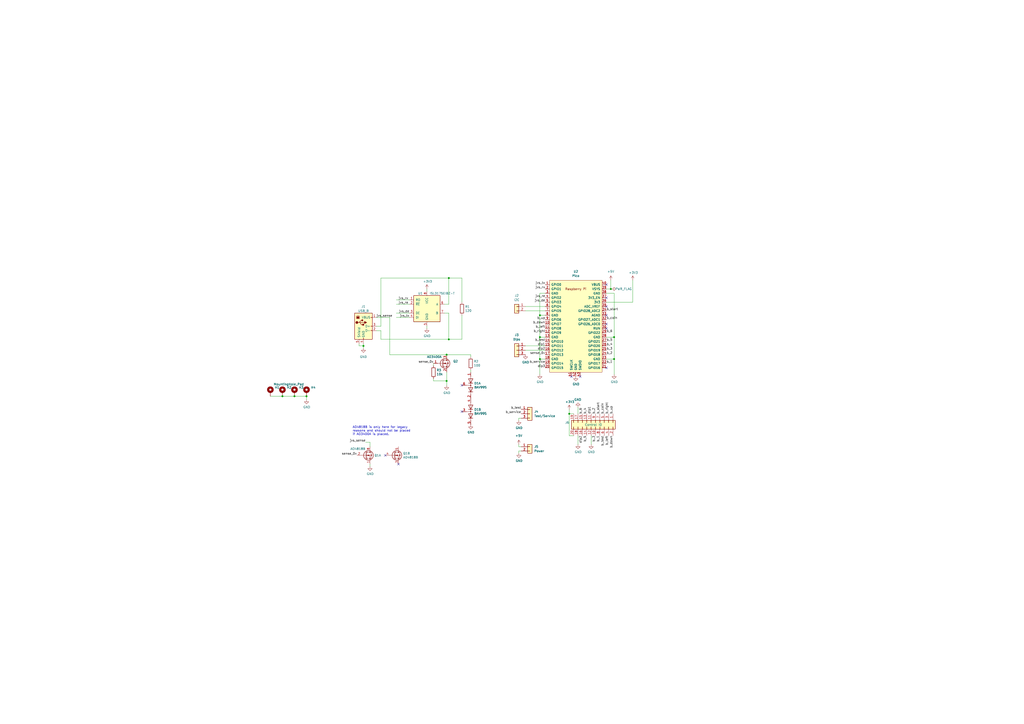
<source format=kicad_sch>
(kicad_sch (version 20211123) (generator eeschema)
  (paper "A2")
  (title_block (title "TD-IO"))
  (lib_symbols
    (symbol "+3.3V_1" (power) (pin_numbers hide) (pin_names (offset 0) hide)
      (property "Value" "+3.3V_1" (at 0 3.556 0))
      (symbol "+3.3V_1_0_1"
        (polyline (pts (xy -0.762 1.27) (xy 0 2.54)))
        (polyline (pts (xy 0 0) (xy 0 2.54)))
        (polyline (pts (xy 0 2.54) (xy 0.762 1.27)))
      )
      (symbol "+3.3V_1_1_1"
        (pin power_in line (at 0 0 90) (length 0) hide (name "+3V3") (number "1"))
      )
    )
    (symbol "+3.3V_2" (power) (pin_numbers hide) (pin_names (offset 0) hide)
      (property "Value" "+3.3V_2" (at 0 3.556 0))
      (symbol "+3.3V_2_0_1"
        (polyline (pts (xy -0.762 1.27) (xy 0 2.54)))
        (polyline (pts (xy 0 0) (xy 0 2.54)))
        (polyline (pts (xy 0 2.54) (xy 0.762 1.27)))
      )
      (symbol "+3.3V_2_1_1"
        (pin power_in line (at 0 0 90) (length 0) hide (name "+3V3") (number "1"))
      )
    )
    (symbol "+5V_1" (power) (pin_numbers hide) (pin_names (offset 0) hide)
      (property "Value" "+5V_1" (at 0 3.556 0))
      (symbol "+5V_1_0_1"
        (polyline (pts (xy -0.762 1.27) (xy 0 2.54)))
        (polyline (pts (xy 0 0) (xy 0 2.54)))
        (polyline (pts (xy 0 2.54) (xy 0.762 1.27)))
      )
      (symbol "+5V_1_1_1"
        (pin power_in line (at 0 0 90) (length 0) hide (name "+5V") (number "1"))
      )
    )
    (symbol "Connector:USB_B" (pin_names (offset 1.016))
      (property "Reference" "J" (at -5.08 11.43 0))
      (property "Value" "USB_B" (at -5.08 8.89 0))
      (symbol "USB_B_0_1"
        (rectangle (start -5.08 -7.62) (end 5.08 7.62) (stroke (width 0.254)) (fill (type background)))
        (circle (center -3.81 2.159) (radius 0.635) (stroke (width 0.254)) (fill (type outline)))
        (rectangle (start -3.81 5.588) (end -2.54 4.572) (fill (type outline)))
        (circle (center -0.635 3.429) (radius 0.381) (stroke (width 0.254)) (fill (type outline)))
        (rectangle (start -0.127 -7.62) (end 0.127 -6.858))
        (polyline (pts (xy -1.905 2.159) (xy 0.635 2.159)) (stroke (width 0.254)))
        (polyline (pts (xy -3.175 2.159) (xy -2.54 2.159) (xy -1.27 3.429) (xy -0.635 3.429)) (stroke (width 0.254)))
        (polyline (pts (xy -2.54 2.159) (xy -1.905 2.159) (xy -1.27 0.889) (xy 0 0.889)) (stroke (width 0.254)))
        (polyline (pts (xy 0.635 2.794) (xy 0.635 1.524) (xy 1.905 2.159) (xy 0.635 2.794)) (stroke (width 0.254)) (fill (type outline)))
        (polyline (pts (xy -4.064 4.318) (xy -2.286 4.318) (xy -2.286 5.715) (xy -2.667 6.096) (xy -3.683 6.096) (xy -4.064 5.715) (xy -4.064 4.318)))
        (rectangle (start 0.254 1.27) (end -0.508 0.508) (stroke (width 0.254)) (fill (type outline)))
        (rectangle (start 5.08 -2.667) (end 4.318 -2.413))
        (rectangle (start 5.08 -0.127) (end 4.318 0.127))
        (rectangle (start 5.08 4.953) (end 4.318 5.207))
      )
      (symbol "USB_B_1_1"
        (pin power_out line (at 7.62 5.08 180) (length 2.54) (name "VBUS") (number "1"))
        (pin bidirectional line (at 7.62 -2.54 180) (length 2.54) (name "D-") (number "2"))
        (pin bidirectional line (at 7.62 0 180) (length 2.54) (name "D+") (number "3"))
        (pin power_out line (at 0 -10.16 90) (length 2.54) (name "GND") (number "4"))
        (pin passive line (at -2.54 -10.16 90) (length 2.54) (name "Shield") (number "5"))
      )
    )
    (symbol "Connector_Generic:Conn_01x02" (pin_names (offset 1.016) hide)
      (property "Reference" "J" (at 0 2.54 0))
      (property "Value" "Conn_01x02" (at 0 -5.08 0))
      (symbol "Conn_01x02_1_1"
        (rectangle (start -1.27 -2.413) (end 0 -2.667) (stroke (width 0.1524)))
        (rectangle (start -1.27 0.127) (end 0 -0.127) (stroke (width 0.1524)))
        (rectangle (start -1.27 1.27) (end 1.27 -3.81) (stroke (width 0.254)) (fill (type background)))
        (pin passive line (at -5.08 0 0) (length 3.81) (name "Pin_1") (number "1"))
        (pin passive line (at -5.08 -2.54 0) (length 3.81) (name "Pin_2") (number "2"))
      )
    )
    (symbol "Connector_Generic:Conn_01x03" (pin_names (offset 1.016) hide)
      (property "Reference" "J" (at 0 5.08 0))
      (property "Value" "Conn_01x03" (at 0 -5.08 0))
      (symbol "Conn_01x03_1_1"
        (rectangle (start -1.27 -2.413) (end 0 -2.667) (stroke (width 0.1524)))
        (rectangle (start -1.27 0.127) (end 0 -0.127) (stroke (width 0.1524)))
        (rectangle (start -1.27 2.667) (end 0 2.413) (stroke (width 0.1524)))
        (rectangle (start -1.27 3.81) (end 1.27 -3.81) (stroke (width 0.254)) (fill (type background)))
        (pin passive line (at -5.08 2.54 0) (length 3.81) (name "Pin_1") (number "1"))
        (pin passive line (at -5.08 0 0) (length 3.81) (name "Pin_2") (number "2"))
        (pin passive line (at -5.08 -2.54 0) (length 3.81) (name "Pin_3") (number "3"))
      )
    )
    (symbol "Connector_Generic:Conn_02x10_Odd_Even" (pin_names (offset 1.016) hide)
      (property "Reference" "J" (at 1.27 12.7 0))
      (property "Value" "Conn_02x10_Odd_Even" (at 1.27 -15.24 0))
      (symbol "Conn_02x10_Odd_Even_1_1"
        (rectangle (start -1.27 -12.573) (end 0 -12.827) (stroke (width 0.1524)))
        (rectangle (start -1.27 -10.033) (end 0 -10.287) (stroke (width 0.1524)))
        (rectangle (start -1.27 -7.493) (end 0 -7.747) (stroke (width 0.1524)))
        (rectangle (start -1.27 -4.953) (end 0 -5.207) (stroke (width 0.1524)))
        (rectangle (start -1.27 -2.413) (end 0 -2.667) (stroke (width 0.1524)))
        (rectangle (start -1.27 0.127) (end 0 -0.127) (stroke (width 0.1524)))
        (rectangle (start -1.27 2.667) (end 0 2.413) (stroke (width 0.1524)))
        (rectangle (start -1.27 5.207) (end 0 4.953) (stroke (width 0.1524)))
        (rectangle (start -1.27 7.747) (end 0 7.493) (stroke (width 0.1524)))
        (rectangle (start -1.27 10.287) (end 0 10.033) (stroke (width 0.1524)))
        (rectangle (start -1.27 11.43) (end 3.81 -13.97) (stroke (width 0.254)) (fill (type background)))
        (rectangle (start 3.81 -12.573) (end 2.54 -12.827) (stroke (width 0.1524)))
        (rectangle (start 3.81 -10.033) (end 2.54 -10.287) (stroke (width 0.1524)))
        (rectangle (start 3.81 -7.493) (end 2.54 -7.747) (stroke (width 0.1524)))
        (rectangle (start 3.81 -4.953) (end 2.54 -5.207) (stroke (width 0.1524)))
        (rectangle (start 3.81 -2.413) (end 2.54 -2.667) (stroke (width 0.1524)))
        (rectangle (start 3.81 0.127) (end 2.54 -0.127) (stroke (width 0.1524)))
        (rectangle (start 3.81 2.667) (end 2.54 2.413) (stroke (width 0.1524)))
        (rectangle (start 3.81 5.207) (end 2.54 4.953) (stroke (width 0.1524)))
        (rectangle (start 3.81 7.747) (end 2.54 7.493) (stroke (width 0.1524)))
        (rectangle (start 3.81 10.287) (end 2.54 10.033) (stroke (width 0.1524)))
        (pin passive line (at -5.08 10.16 0) (length 3.81) (name "Pin_1") (number "1"))
        (pin passive line (at 7.62 0 180) (length 3.81) (name "Pin_10") (number "10"))
        (pin passive line (at -5.08 -2.54 0) (length 3.81) (name "Pin_11") (number "11"))
        (pin passive line (at 7.62 -2.54 180) (length 3.81) (name "Pin_12") (number "12"))
        (pin passive line (at -5.08 -5.08 0) (length 3.81) (name "Pin_13") (number "13"))
        (pin passive line (at 7.62 -5.08 180) (length 3.81) (name "Pin_14") (number "14"))
        (pin passive line (at -5.08 -7.62 0) (length 3.81) (name "Pin_15") (number "15"))
        (pin passive line (at 7.62 -7.62 180) (length 3.81) (name "Pin_16") (number "16"))
        (pin passive line (at -5.08 -10.16 0) (length 3.81) (name "Pin_17") (number "17"))
        (pin passive line (at 7.62 -10.16 180) (length 3.81) (name "Pin_18") (number "18"))
        (pin passive line (at -5.08 -12.7 0) (length 3.81) (name "Pin_19") (number "19"))
        (pin passive line (at 7.62 10.16 180) (length 3.81) (name "Pin_2") (number "2"))
        (pin passive line (at 7.62 -12.7 180) (length 3.81) (name "Pin_20") (number "20"))
        (pin passive line (at -5.08 7.62 0) (length 3.81) (name "Pin_3") (number "3"))
        (pin passive line (at 7.62 7.62 180) (length 3.81) (name "Pin_4") (number "4"))
        (pin passive line (at -5.08 5.08 0) (length 3.81) (name "Pin_5") (number "5"))
        (pin passive line (at 7.62 5.08 180) (length 3.81) (name "Pin_6") (number "6"))
        (pin passive line (at -5.08 2.54 0) (length 3.81) (name "Pin_7") (number "7"))
        (pin passive line (at 7.62 2.54 180) (length 3.81) (name "Pin_8") (number "8"))
        (pin passive line (at -5.08 0 0) (length 3.81) (name "Pin_9") (number "9"))
      )
    )
    (symbol "Device:R" (pin_numbers hide) (pin_names (offset 0))
      (property "Reference" "R" (at 2.032 0 90))
      (property "Value" "R" (at 0 0 90))
      (symbol "R_0_1"
        (rectangle (start -1.016 -2.54) (end 1.016 2.54) (stroke (width 0.254)))
      )
      (symbol "R_1_1"
        (pin passive line (at 0 3.81 270) (length 1.27) (name "~") (number "1"))
        (pin passive line (at 0 -3.81 90) (length 1.27) (name "~") (number "2"))
      )
    )
    (symbol "Diode:BAV99S" (pin_names (offset 0.0254) hide)
      (property "Reference" "D" (at 0 2.54 0))
      (property "Value" "BAV99S" (at 0 5.08 0))
      (symbol "BAV99S_0_1"
        (polyline (pts (xy -5.08 0) (xy 5.08 0)))
        (polyline (pts (xy 0 0) (xy 0 -2.54)))
        (polyline (pts (xy -1.27 -1.27) (xy -1.27 1.27) (xy -1.27 1.27)) (stroke (width 0.254)))
        (polyline (pts (xy 3.81 1.27) (xy 3.81 -1.27) (xy 3.81 -1.27)) (stroke (width 0.254)))
        (polyline (pts (xy -3.81 1.27) (xy -1.27 0) (xy -3.81 -1.27) (xy -3.81 1.27) (xy -3.81 1.27) (xy -3.81 1.27)) (stroke (width 0.254)))
        (polyline (pts (xy 1.27 1.27) (xy 3.81 0) (xy 1.27 -1.27) (xy 1.27 1.27) (xy 1.27 1.27) (xy 1.27 1.27)) (stroke (width 0.254)))
        (circle (center 0 0) (radius 0.254) (fill (type outline)))
      )
      (symbol "BAV99S_1_1"
        (polyline (pts (xy 6.35 0) (xy 7.62 0)))
        (pin passive line (at -7.62 0 0) (length 2.54) (name "A1") (number "1"))
        (pin passive line (at 7.62 0 180) (length 2.54) (name "K2") (number "2"))
        (pin passive line (at 0 -5.08 90) (length 2.54) (name "K3A4") (number "6"))
      )
      (symbol "BAV99S_2_1"
        (polyline (pts (xy 6.35 0) (xy 7.62 0)))
        (pin passive line (at 0 -5.08 90) (length 2.54) (name "K1A2") (number "3"))
        (pin passive line (at -7.62 0 0) (length 2.54) (name "A3") (number "4"))
        (pin passive line (at 7.62 0 180) (length 2.54) (name "K4") (number "5"))
      )
    )
    (symbol "GND_1" (power) (pin_names (offset 0))
      (property "Value" "GND_1" (at 0 -3.81 0))
      (symbol "GND_1_0_1"
        (polyline (pts (xy 0 0) (xy 0 -1.27) (xy 1.27 -1.27) (xy 0 -2.54) (xy -1.27 -1.27) (xy 0 -1.27)))
      )
      (symbol "GND_1_1_1"
        (pin power_in line (at 0 0 270) (length 0) hide (name "GND") (number "1"))
      )
    )
    (symbol "GND_10" (power) (pin_numbers hide) (pin_names (offset 0) hide)
      (property "Value" "GND_10" (at 0 -3.81 0))
      (symbol "GND_10_0_1"
        (polyline (pts (xy 0 0) (xy 0 -1.27) (xy 1.27 -1.27) (xy 0 -2.54) (xy -1.27 -1.27) (xy 0 -1.27)))
      )
      (symbol "GND_10_1_1"
        (pin power_in line (at 0 0 270) (length 0) hide (name "GND") (number "1"))
      )
    )
    (symbol "GND_12" (power) (pin_numbers hide) (pin_names (offset 0) hide)
      (property "Value" "GND_12" (at 0 -3.81 0))
      (symbol "GND_12_0_1"
        (polyline (pts (xy 0 0) (xy 0 -1.27) (xy 1.27 -1.27) (xy 0 -2.54) (xy -1.27 -1.27) (xy 0 -1.27)))
      )
      (symbol "GND_12_1_1"
        (pin power_in line (at 0 0 270) (length 0) hide (name "GND") (number "1"))
      )
    )
    (symbol "GND_13" (power) (pin_numbers hide) (pin_names (offset 0) hide)
      (property "Value" "GND_13" (at 0 -3.81 0))
      (symbol "GND_13_0_1"
        (polyline (pts (xy 0 0) (xy 0 -1.27) (xy 1.27 -1.27) (xy 0 -2.54) (xy -1.27 -1.27) (xy 0 -1.27)))
      )
      (symbol "GND_13_1_1"
        (pin power_in line (at 0 0 270) (length 0) hide (name "GND") (number "1"))
      )
    )
    (symbol "GND_14" (power) (pin_numbers hide) (pin_names (offset 0) hide)
      (property "Value" "GND_14" (at 0 -3.81 0))
      (symbol "GND_14_0_1"
        (polyline (pts (xy 0 0) (xy 0 -1.27) (xy 1.27 -1.27) (xy 0 -2.54) (xy -1.27 -1.27) (xy 0 -1.27)))
      )
      (symbol "GND_14_1_1"
        (pin power_in line (at 0 0 270) (length 0) hide (name "GND") (number "1"))
      )
    )
    (symbol "GND_15" (power) (pin_numbers hide) (pin_names (offset 0) hide)
      (property "Value" "GND_15" (at 0 -3.81 0))
      (symbol "GND_15_0_1"
        (polyline (pts (xy 0 0) (xy 0 -1.27) (xy 1.27 -1.27) (xy 0 -2.54) (xy -1.27 -1.27) (xy 0 -1.27)))
      )
      (symbol "GND_15_1_1"
        (pin power_in line (at 0 0 270) (length 0) hide (name "GND") (number "1"))
      )
    )
    (symbol "GND_2" (power) (pin_numbers hide) (pin_names (offset 0) hide)
      (property "Value" "GND_2" (at 0 -3.81 0))
      (symbol "GND_2_0_1"
        (polyline (pts (xy 0 0) (xy 0 -1.27) (xy 1.27 -1.27) (xy 0 -2.54) (xy -1.27 -1.27) (xy 0 -1.27)))
      )
      (symbol "GND_2_1_1"
        (pin power_in line (at 0 0 270) (length 0) hide (name "GND") (number "1"))
      )
    )
    (symbol "GND_3" (power) (pin_numbers hide) (pin_names (offset 0) hide)
      (property "Value" "GND_3" (at 0 -3.81 0))
      (symbol "GND_3_0_1"
        (polyline (pts (xy 0 0) (xy 0 -1.27) (xy 1.27 -1.27) (xy 0 -2.54) (xy -1.27 -1.27) (xy 0 -1.27)))
      )
      (symbol "GND_3_1_1"
        (pin power_in line (at 0 0 270) (length 0) hide (name "GND") (number "1"))
      )
    )
    (symbol "GND_4" (power) (pin_numbers hide) (pin_names (offset 0) hide)
      (property "Value" "GND_4" (at 0 -3.81 0))
      (symbol "GND_4_0_1"
        (polyline (pts (xy 0 0) (xy 0 -1.27) (xy 1.27 -1.27) (xy 0 -2.54) (xy -1.27 -1.27) (xy 0 -1.27)))
      )
      (symbol "GND_4_1_1"
        (pin power_in line (at 0 0 270) (length 0) hide (name "GND") (number "1"))
      )
    )
    (symbol "GND_5" (power) (pin_names (offset 0))
      (property "Value" "GND_5" (at 0 -3.81 0))
      (symbol "GND_5_0_1"
        (polyline (pts (xy 0 0) (xy 0 -1.27) (xy 1.27 -1.27) (xy 0 -2.54) (xy -1.27 -1.27) (xy 0 -1.27)))
      )
      (symbol "GND_5_1_1"
        (pin power_in line (at 0 0 270) (length 0) hide (name "GND") (number "1"))
      )
    )
    (symbol "GND_6" (power) (pin_numbers hide) (pin_names (offset 0) hide)
      (property "Value" "GND_6" (at 0 -3.81 0))
      (symbol "GND_6_0_1"
        (polyline (pts (xy 0 0) (xy 0 -1.27) (xy 1.27 -1.27) (xy 0 -2.54) (xy -1.27 -1.27) (xy 0 -1.27)))
      )
      (symbol "GND_6_1_1"
        (pin power_in line (at 0 0 270) (length 0) hide (name "GND") (number "1"))
      )
    )
    (symbol "GND_7" (power) (pin_numbers hide) (pin_names (offset 0) hide)
      (property "Value" "GND_7" (at 0 -3.81 0))
      (symbol "GND_7_0_1"
        (polyline (pts (xy 0 0) (xy 0 -1.27) (xy 1.27 -1.27) (xy 0 -2.54) (xy -1.27 -1.27) (xy 0 -1.27)))
      )
      (symbol "GND_7_1_1"
        (pin power_in line (at 0 0 270) (length 0) hide (name "GND") (number "1"))
      )
    )
    (symbol "GND_8" (power) (pin_numbers hide) (pin_names (offset 0) hide)
      (property "Value" "GND_8" (at 0 -3.81 0))
      (symbol "GND_8_0_1"
        (polyline (pts (xy 0 0) (xy 0 -1.27) (xy 1.27 -1.27) (xy 0 -2.54) (xy -1.27 -1.27) (xy 0 -1.27)))
      )
      (symbol "GND_8_1_1"
        (pin power_in line (at 0 0 270) (length 0) hide (name "GND") (number "1"))
      )
    )
    (symbol "GND_9" (power) (pin_numbers hide) (pin_names (offset 0) hide)
      (property "Value" "GND_9" (at 0 -3.81 0))
      (symbol "GND_9_0_1"
        (polyline (pts (xy 0 0) (xy 0 -1.27) (xy 1.27 -1.27) (xy 0 -2.54) (xy -1.27 -1.27) (xy 0 -1.27)))
      )
      (symbol "GND_9_1_1"
        (pin power_in line (at 0 0 270) (length 0) hide (name "GND") (number "1"))
      )
    )
    (symbol "Interface_UART:SP3481CN" (pin_names (offset 1.016))
      (property "Reference" "U" (at -7.62 8.89 0))
      (property "Value" "SP3481CN" (at 2.54 8.89 0))
      (symbol "SP3481CN_0_1"
        (rectangle (start -7.62 7.62) (end 7.62 -7.62) (stroke (width 0.254)) (fill (type background)))
      )
      (symbol "SP3481CN_1_1"
        (pin output line (at -10.16 5.08 0) (length 2.54) (name "RO") (number "1"))
        (pin input line (at -10.16 2.54 0) (length 2.54) (name "~{RE}") (number "2"))
        (pin input line (at -10.16 -2.54 0) (length 2.54) (name "DE") (number "3"))
        (pin input line (at -10.16 -5.08 0) (length 2.54) (name "DI") (number "4"))
        (pin power_in line (at 0 -10.16 90) (length 2.54) (name "GND") (number "5"))
        (pin bidirectional line (at 10.16 2.54 180) (length 2.54) (name "A") (number "6"))
        (pin bidirectional line (at 10.16 -2.54 180) (length 2.54) (name "B") (number "7"))
        (pin power_in line (at 0 10.16 270) (length 2.54) (name "VCC") (number "8"))
      )
    )
    (symbol "MCU_RaspberryPi_and_Boards:Pico" (pin_names (offset 1.016))
      (property "Reference" "U" (at -13.97 27.94 0))
      (property "Value" "Pico" (at 0 19.05 0))
      (symbol "Pico_0_0"
        (text "Raspberry Pi" (at 0 21.59 0) (effects (font (size 1.27 1.27))))
      )
      (symbol "Pico_0_1"
        (rectangle (start -15.24 26.67) (end 15.24 -26.67) (fill (type background)))
      )
      (symbol "Pico_1_1"
        (pin bidirectional line (at -17.78 24.13 0) (length 2.54) (name "GPIO0") (number "1"))
        (pin bidirectional line (at -17.78 1.27 0) (length 2.54) (name "GPIO7") (number "10"))
        (pin bidirectional line (at -17.78 -1.27 0) (length 2.54) (name "GPIO8") (number "11"))
        (pin bidirectional line (at -17.78 -3.81 0) (length 2.54) (name "GPIO9") (number "12"))
        (pin power_in line (at -17.78 -6.35 0) (length 2.54) (name "GND") (number "13"))
        (pin bidirectional line (at -17.78 -8.89 0) (length 2.54) (name "GPIO10") (number "14"))
        (pin bidirectional line (at -17.78 -11.43 0) (length 2.54) (name "GPIO11") (number "15"))
        (pin bidirectional line (at -17.78 -13.97 0) (length 2.54) (name "GPIO12") (number "16"))
        (pin bidirectional line (at -17.78 -16.51 0) (length 2.54) (name "GPIO13") (number "17"))
        (pin power_in line (at -17.78 -19.05 0) (length 2.54) (name "GND") (number "18"))
        (pin bidirectional line (at -17.78 -21.59 0) (length 2.54) (name "GPIO14") (number "19"))
        (pin bidirectional line (at -17.78 21.59 0) (length 2.54) (name "GPIO1") (number "2"))
        (pin bidirectional line (at -17.78 -24.13 0) (length 2.54) (name "GPIO15") (number "20"))
        (pin bidirectional line (at 17.78 -24.13 180) (length 2.54) (name "GPIO16") (number "21"))
        (pin bidirectional line (at 17.78 -21.59 180) (length 2.54) (name "GPIO17") (number "22"))
        (pin power_in line (at 17.78 -19.05 180) (length 2.54) (name "GND") (number "23"))
        (pin bidirectional line (at 17.78 -16.51 180) (length 2.54) (name "GPIO18") (number "24"))
        (pin bidirectional line (at 17.78 -13.97 180) (length 2.54) (name "GPIO19") (number "25"))
        (pin bidirectional line (at 17.78 -11.43 180) (length 2.54) (name "GPIO20") (number "26"))
        (pin bidirectional line (at 17.78 -8.89 180) (length 2.54) (name "GPIO21") (number "27"))
        (pin power_in line (at 17.78 -6.35 180) (length 2.54) (name "GND") (number "28"))
        (pin bidirectional line (at 17.78 -3.81 180) (length 2.54) (name "GPIO22") (number "29"))
        (pin power_in line (at -17.78 19.05 0) (length 2.54) (name "GND") (number "3"))
        (pin input line (at 17.78 -1.27 180) (length 2.54) (name "RUN") (number "30"))
        (pin bidirectional line (at 17.78 1.27 180) (length 2.54) (name "GPIO26_ADC0") (number "31"))
        (pin bidirectional line (at 17.78 3.81 180) (length 2.54) (name "GPIO27_ADC1") (number "32"))
        (pin power_in line (at 17.78 6.35 180) (length 2.54) (name "AGND") (number "33"))
        (pin bidirectional line (at 17.78 8.89 180) (length 2.54) (name "GPIO28_ADC2") (number "34"))
        (pin unspecified line (at 17.78 11.43 180) (length 2.54) (name "ADC_VREF") (number "35"))
        (pin power_out line (at 17.78 13.97 180) (length 2.54) (name "3V3") (number "36"))
        (pin input line (at 17.78 16.51 180) (length 2.54) (name "3V3_EN") (number "37"))
        (pin power_in line (at 17.78 19.05 180) (length 2.54) (name "GND") (number "38"))
        (pin power_in line (at 17.78 21.59 180) (length 2.54) (name "VSYS") (number "39"))
        (pin bidirectional line (at -17.78 16.51 0) (length 2.54) (name "GPIO2") (number "4"))
        (pin unspecified line (at 17.78 24.13 180) (length 2.54) (name "VBUS") (number "40"))
        (pin input line (at -2.54 -29.21 90) (length 2.54) (name "SWCLK") (number "41"))
        (pin power_in line (at 0 -29.21 90) (length 2.54) (name "GND") (number "42"))
        (pin bidirectional line (at 2.54 -29.21 90) (length 2.54) (name "SWDIO") (number "43"))
        (pin bidirectional line (at -17.78 13.97 0) (length 2.54) (name "GPIO3") (number "5"))
        (pin bidirectional line (at -17.78 11.43 0) (length 2.54) (name "GPIO4") (number "6"))
        (pin bidirectional line (at -17.78 8.89 0) (length 2.54) (name "GPIO5") (number "7"))
        (pin power_in line (at -17.78 6.35 0) (length 2.54) (name "GND") (number "8"))
        (pin bidirectional line (at -17.78 3.81 0) (length 2.54) (name "GPIO6") (number "9"))
      )
    )
    (symbol "Mechanical:MountingHole_Pad" (pin_numbers hide) (pin_names (offset 1.016) hide)
      (property "Reference" "H" (at 0 6.35 0))
      (property "Value" "MountingHole_Pad" (at 0 4.445 0))
      (symbol "MountingHole_Pad_0_1"
        (circle (center 0 1.27) (radius 1.27) (stroke (width 1.27)))
      )
      (symbol "MountingHole_Pad_1_1"
        (pin input line (at 0 -2.54 90) (length 2.54) (name "1") (number "1"))
      )
    )
    (symbol "Transistor_FET:AO3400A" (pin_names hide)
      (property "Reference" "Q" (at 5.08 1.905 0))
      (property "Value" "AO3400A" (at 5.08 0 0))
      (symbol "AO3400A_0_1"
        (polyline (pts (xy 0.254 0) (xy -2.54 0)))
        (polyline (pts (xy 0.254 1.905) (xy 0.254 -1.905)) (stroke (width 0.254)))
        (polyline (pts (xy 0.762 -1.27) (xy 0.762 -2.286)) (stroke (width 0.254)))
        (polyline (pts (xy 0.762 0.508) (xy 0.762 -0.508)) (stroke (width 0.254)))
        (polyline (pts (xy 0.762 2.286) (xy 0.762 1.27)) (stroke (width 0.254)))
        (polyline (pts (xy 2.54 2.54) (xy 2.54 1.778)))
        (polyline (pts (xy 2.54 -2.54) (xy 2.54 0) (xy 0.762 0)))
        (polyline (pts (xy 0.762 -1.778) (xy 3.302 -1.778) (xy 3.302 1.778) (xy 0.762 1.778)))
        (polyline (pts (xy 1.016 0) (xy 2.032 0.381) (xy 2.032 -0.381) (xy 1.016 0)) (fill (type outline)))
        (polyline (pts (xy 2.794 0.508) (xy 2.921 0.381) (xy 3.683 0.381) (xy 3.81 0.254)))
        (polyline (pts (xy 3.302 0.381) (xy 2.921 -0.254) (xy 3.683 -0.254) (xy 3.302 0.381)))
        (circle (center 1.651 0) (radius 2.794) (stroke (width 0.254)))
        (circle (center 2.54 -1.778) (radius 0.254) (fill (type outline)))
        (circle (center 2.54 1.778) (radius 0.254) (fill (type outline)))
      )
      (symbol "AO3400A_1_1"
        (pin input line (at -5.08 0 0) (length 2.54) (name "G") (number "1"))
        (pin passive line (at 2.54 -5.08 90) (length 2.54) (name "S") (number "2"))
        (pin passive line (at 2.54 5.08 270) (length 2.54) (name "D") (number "3"))
      )
    )
    (symbol "Transistor_FET:FDS6930B" (pin_names hide)
      (property "Reference" "Q" (at 5.08 1.905 0))
      (property "Value" "FDS6930B" (at 5.08 0 0))
      (symbol "FDS6930B_0_1"
        (polyline (pts (xy 0.254 0) (xy -2.54 0)))
        (polyline (pts (xy 0.254 1.905) (xy 0.254 -1.905)) (stroke (width 0.254)))
        (polyline (pts (xy 0.762 -1.27) (xy 0.762 -2.286)) (stroke (width 0.254)))
        (polyline (pts (xy 0.762 0.508) (xy 0.762 -0.508)) (stroke (width 0.254)))
        (polyline (pts (xy 0.762 2.286) (xy 0.762 1.27)) (stroke (width 0.254)))
        (polyline (pts (xy 2.54 2.54) (xy 2.54 1.778)))
        (polyline (pts (xy 2.54 -2.54) (xy 2.54 0) (xy 0.762 0)))
        (polyline (pts (xy 0.762 -1.778) (xy 3.302 -1.778) (xy 3.302 1.778) (xy 0.762 1.778)))
        (polyline (pts (xy 1.016 0) (xy 2.032 0.381) (xy 2.032 -0.381) (xy 1.016 0)) (fill (type outline)))
        (polyline (pts (xy 2.794 0.508) (xy 2.921 0.381) (xy 3.683 0.381) (xy 3.81 0.254)))
        (polyline (pts (xy 3.302 0.381) (xy 2.921 -0.254) (xy 3.683 -0.254) (xy 3.302 0.381)))
        (circle (center 1.651 0) (radius 2.794) (stroke (width 0.254)))
        (circle (center 2.54 -1.778) (radius 0.254) (fill (type outline)))
        (circle (center 2.54 1.778) (radius 0.254) (fill (type outline)))
      )
      (symbol "FDS6930B_1_1"
        (pin passive line (at 2.54 -5.08 90) (length 2.54) (name "S1") (number "1"))
        (pin passive line (at -5.08 0 0) (length 2.54) (name "G1") (number "2"))
        (pin passive line (at 2.54 5.08 270) (length 2.54) hide (name "D1") (number "7"))
        (pin passive line (at 2.54 5.08 270) (length 2.54) (name "D1") (number "8"))
      )
      (symbol "FDS6930B_2_1"
        (pin passive line (at 2.54 -5.08 90) (length 2.54) (name "S2") (number "3"))
        (pin passive line (at -5.08 0 0) (length 2.54) (name "G2") (number "4"))
        (pin passive line (at 2.54 5.08 270) (length 2.54) (name "D2") (number "5"))
        (pin passive line (at 2.54 5.08 270) (length 2.54) hide (name "D2") (number "6"))
      )
    )
    (symbol "power:+3.3V" (power) (pin_numbers hide) (pin_names (offset 0) hide)
      (property "Value" "+3.3V" (at 0 3.556 0))
      (symbol "+3.3V_0_1"
        (polyline (pts (xy -0.762 1.27) (xy 0 2.54)))
        (polyline (pts (xy 0 0) (xy 0 2.54)))
        (polyline (pts (xy 0 2.54) (xy 0.762 1.27)))
      )
      (symbol "+3.3V_1_1"
        (pin power_in line (at 0 0 90) (length 0) hide (name "+3V3") (number "1"))
      )
    )
    (symbol "power:+5V" (power) (pin_numbers hide) (pin_names (offset 0) hide)
      (property "Value" "+5V" (at 0 3.556 0))
      (symbol "+5V_0_1"
        (polyline (pts (xy -0.762 1.27) (xy 0 2.54)))
        (polyline (pts (xy 0 0) (xy 0 2.54)))
        (polyline (pts (xy 0 2.54) (xy 0.762 1.27)))
      )
      (symbol "+5V_1_1"
        (pin power_in line (at 0 0 90) (length 0) hide (name "+5V") (number "1"))
      )
    )
    (symbol "power:GND" (power) (pin_numbers hide) (pin_names (offset 0) hide)
      (property "Value" "GND" (at 0 -3.81 0))
      (symbol "GND_0_1"
        (polyline (pts (xy 0 0) (xy 0 -1.27) (xy 1.27 -1.27) (xy 0 -2.54) (xy -1.27 -1.27) (xy 0 -1.27)))
      )
      (symbol "GND_1_1"
        (pin power_in line (at 0 0 270) (length 0) hide (name "GND") (number "1"))
      )
    )
    (symbol "power:PWR_FLAG" (power) (pin_numbers hide) (pin_names (offset 0) hide)
      (property "Value" "PWR_FLAG" (at 0 3.81 0))
      (symbol "PWR_FLAG_0_0"
        (pin power_out line (at 0 0 90) (length 0) (name "pwr") (number "1"))
      )
      (symbol "PWR_FLAG_0_1"
        (polyline (pts (xy 0 0) (xy 0 1.27) (xy -1.016 1.905) (xy 0 2.54) (xy 1.016 1.905) (xy 0 1.27)))
      )
    )
  )
  (junction (at 260.35 196.85))
  (junction (at 259.08 205.74))
  (junction (at 259.08 220.98))
  (junction (at 313.182 195.58))
  (junction (at 330.2 240.03))
  (junction (at 177.8 229.87))
  (junction (at 356.235 195.58))
  (junction (at 260.35 161.29))
  (junction (at 170.815 229.87))
  (junction (at 313.182 208.28))
  (junction (at 163.83 229.87))
  (junction (at 354.33 167.64))
  (junction (at 356.235 208.28))
  (junction (at 313.182 182.88))
  (junction (at 210.82 200.66))
  (no_connect (at 267.97 223.52))
  (no_connect (at 351.79 172.72))
  (no_connect (at 351.79 177.8))
  (no_connect (at 351.79 182.88))
  (no_connect (at 351.79 190.5))
  (no_connect (at 351.79 165.1))
  (no_connect (at 267.97 238.76))
  (no_connect (at 351.79 187.96))
  (no_connect (at 223.52 264.16))
  (no_connect (at 231.14 269.24))
  (no_connect (at 336.55 218.44))
  (no_connect (at 331.47 218.44))
  (no_connect (at 351.79 213.36))
  (wire (pts (xy 247.65 189.23) (xy 247.65 190.5)))
  (wire (pts (xy 304.8 200.66) (xy 316.23 200.66)))
  (wire (pts (xy 335.28 236.22) (xy 335.28 240.03)))
  (wire (pts (xy 170.815 229.87) (xy 177.8 229.87)))
  (wire (pts (xy 342.9 257.81) (xy 342.9 252.73)))
  (wire (pts (xy 273.05 205.74) (xy 273.05 207.01)))
  (wire (pts (xy 313.182 195.58) (xy 313.182 208.28)))
  (wire (pts (xy 208.28 200.66) (xy 210.82 200.66)))
  (wire (pts (xy 300.99 261.62) (xy 300.99 262.89)))
  (wire (pts (xy 313.182 208.28) (xy 316.23 208.28)))
  (wire (pts (xy 356.235 208.28) (xy 351.79 208.28)))
  (wire (pts (xy 367.03 175.26) (xy 351.79 175.26)))
  (wire (pts (xy 251.46 212.09) (xy 251.46 210.82)))
  (wire (pts (xy 229.87 181.61) (xy 237.49 181.61)))
  (wire (pts (xy 351.79 195.58) (xy 356.235 195.58)))
  (wire (pts (xy 210.82 200.66) (xy 210.82 201.93)))
  (wire (pts (xy 218.44 184.15) (xy 226.06 184.15)))
  (wire (pts (xy 220.98 161.29) (xy 260.35 161.29)))
  (wire (pts (xy 260.35 161.29) (xy 267.97 161.29)))
  (wire (pts (xy 220.98 196.85) (xy 260.35 196.85)))
  (wire (pts (xy 273.05 205.74) (xy 259.08 205.74)))
  (wire (pts (xy 226.06 184.15) (xy 226.06 205.74)))
  (wire (pts (xy 302.26 259.08) (xy 300.99 259.08)))
  (wire (pts (xy 335.28 257.81) (xy 335.28 252.73)))
  (wire (pts (xy 330.2 240.03) (xy 332.74 240.03)))
  (wire (pts (xy 220.98 196.85) (xy 220.98 191.77)))
  (wire (pts (xy 260.35 196.85) (xy 267.97 196.85)))
  (wire (pts (xy 220.98 189.23) (xy 218.44 189.23)))
  (wire (pts (xy 247.65 167.64) (xy 247.65 168.91)))
  (wire (pts (xy 304.8 180.34) (xy 316.23 180.34)))
  (wire (pts (xy 302.26 261.62) (xy 300.99 261.62)))
  (wire (pts (xy 304.8 203.2) (xy 316.23 203.2)))
  (wire (pts (xy 208.28 199.39) (xy 208.28 200.66)))
  (wire (pts (xy 229.87 176.53) (xy 237.49 176.53)))
  (wire (pts (xy 259.08 223.52) (xy 259.08 220.98)))
  (wire (pts (xy 177.8 229.87) (xy 177.8 231.775)))
  (wire (pts (xy 163.83 229.87) (xy 170.815 229.87)))
  (wire (pts (xy 316.23 195.58) (xy 313.182 195.58)))
  (wire (pts (xy 330.2 237.49) (xy 330.2 240.03)))
  (wire (pts (xy 220.98 191.77) (xy 218.44 191.77)))
  (wire (pts (xy 313.182 217.17) (xy 313.182 208.28)))
  (wire (pts (xy 260.35 161.29) (xy 260.35 176.53)))
  (wire (pts (xy 351.79 170.18) (xy 356.235 170.18)))
  (wire (pts (xy 304.8 177.8) (xy 316.23 177.8)))
  (wire (pts (xy 226.06 205.74) (xy 259.08 205.74)))
  (wire (pts (xy 356.235 170.18) (xy 356.235 195.58)))
  (wire (pts (xy 354.33 167.64) (xy 354.33 162.56)))
  (wire (pts (xy 220.98 161.29) (xy 220.98 189.23)))
  (wire (pts (xy 267.97 175.26) (xy 267.97 161.29)))
  (wire (pts (xy 313.182 182.88) (xy 313.182 195.58)))
  (wire (pts (xy 356.235 195.58) (xy 356.235 208.28)))
  (wire (pts (xy 332.74 252.73) (xy 330.2 252.73)))
  (wire (pts (xy 273.05 214.63) (xy 273.05 215.9)))
  (wire (pts (xy 229.87 184.15) (xy 237.49 184.15)))
  (wire (pts (xy 212.09 256.54) (xy 214.63 256.54)))
  (wire (pts (xy 351.79 167.64) (xy 354.33 167.64)))
  (wire (pts (xy 257.81 181.61) (xy 260.35 181.61)))
  (wire (pts (xy 210.82 200.66) (xy 210.82 199.39)))
  (wire (pts (xy 313.182 170.18) (xy 313.182 182.88)))
  (wire (pts (xy 300.99 259.08) (xy 300.99 257.81)))
  (wire (pts (xy 356.235 217.17) (xy 356.235 208.28)))
  (wire (pts (xy 300.99 243.84) (xy 300.99 242.57)))
  (wire (pts (xy 316.23 182.88) (xy 313.182 182.88)))
  (wire (pts (xy 214.63 269.24) (xy 214.63 270.51)))
  (wire (pts (xy 156.845 229.87) (xy 163.83 229.87)))
  (wire (pts (xy 251.46 220.98) (xy 251.46 219.71)))
  (wire (pts (xy 260.35 176.53) (xy 257.81 176.53)))
  (wire (pts (xy 214.63 256.54) (xy 214.63 259.08)))
  (wire (pts (xy 259.08 215.9) (xy 259.08 220.98)))
  (wire (pts (xy 251.46 220.98) (xy 259.08 220.98)))
  (wire (pts (xy 330.2 252.73) (xy 330.2 240.03)))
  (wire (pts (xy 260.35 181.61) (xy 260.35 196.85)))
  (wire (pts (xy 367.03 162.56) (xy 367.03 175.26)))
  (wire (pts (xy 300.99 242.57) (xy 302.26 242.57)))
  (wire (pts (xy 229.87 173.99) (xy 237.49 173.99)))
  (wire (pts (xy 267.97 182.88) (xy 267.97 196.85)))
  (wire (pts (xy 316.23 170.18) (xy 313.182 170.18)))
  (text "AO4818B is only here for legacy\nreasons and should not be placed\nif AO3400A is placed." (at 204.47 252.73 0) (effects (font (size 1.27 1.27)) (justify left bottom)))
  (label "b_down" (at 355.6 252.73 270))
  (label "b_test" (at 302.26 237.49 180))
  (label "b_2" (at 351.79 205.74 0))
  (label "b_down" (at 316.23 187.96 180))
  (label "jvs_rx" (at 236.855 173.99 180))
  (label "b_3" (at 351.79 203.2 0))
  (label "jvs_re" (at 236.855 176.53 180))
  (label "dip2" (at 316.23 203.2 180))
  (label "jvs_sense" (at 218.44 184.15 0))
  (label "b_2" (at 345.44 240.03 90))
  (label "dip2" (at 337.82 252.73 270))
  (label "b_up" (at 316.23 185.42 180))
  (label "sense_0v" (at 251.46 210.82 180))
  (label "b_start" (at 351.79 180.34 0))
  (label "b_service" (at 316.23 210.82 180))
  (label "b_3" (at 345.44 252.73 270))
  (label "b_coin" (at 351.79 185.42 0))
  (label "b_left" (at 316.23 190.5 180))
  (label "b_up" (at 355.6 240.03 90))
  (label "b_1" (at 347.98 252.73 270))
  (label "jvs_rx" (at 316.23 167.64 180))
  (label "b_right" (at 353.06 240.03 90))
  (label "b_left" (at 353.06 252.73 270))
  (label "b_service" (at 302.26 240.03 180))
  (label "b_6" (at 351.79 193.04 0))
  (label "sense_0v" (at 316.23 205.74 180))
  (label "dip1" (at 342.9 240.03 90))
  (label "b_1" (at 351.79 210.82 0))
  (label "jvs_tx" (at 237.49 184.15 180))
  (label "b_test" (at 316.23 198.12 180))
  (label "jvs_re" (at 316.23 172.72 180))
  (label "jvs_sense" (at 212.09 256.54 180))
  (label "b_6" (at 337.82 240.03 90))
  (label "dip3" (at 316.23 213.36 180))
  (label "jvs_de" (at 316.23 175.26 180))
  (label "dip1" (at 316.23 200.66 180))
  (label "b_start" (at 347.98 240.03 90))
  (label "b_5" (at 340.36 252.73 270))
  (label "b_4" (at 351.79 200.66 0))
  (label "b_right" (at 316.23 193.04 180))
  (label "b_5" (at 351.79 198.12 0))
  (label "b_test" (at 350.52 252.73 270))
  (label "jvs_de" (at 237.49 181.61 180))
  (label "jvs_tx" (at 316.23 165.1 180))
  (label "sense_0v" (at 207.01 264.16 180))
  (label "b_coin" (at 350.52 240.03 90))
  (label "b_4" (at 340.36 240.03 90))
  (symbol (lib_id "Connector:USB_B") (at 210.82 189.23 0) (unit 1)
    (property "Reference" "J1" (at 210.82 177.8 0))
    (property "Value" "USB_B" (at 210.82 180.34 0))
    (property "Footprint" "Connector_USB:USB_B_OST_USB-B1HSxx_Horizontal" (effects hide))
    (property "Datasheet" " ~" (effects hide))
    (property "Digikey" "SAM10873-ND" (effects hide))
  )
  (symbol (lib_name "GND_2") (lib_id "power:GND") (at 247.65 190.5 0) (unit 1)
    (property "Reference" "#PWR05" (effects hide))
    (property "Value" "GND" (at 247.777 194.8942 0))
  )
  (symbol (lib_id "Device:R") (at 267.97 179.07 0) (unit 1)
    (property "Reference" "R1" (at 269.748 177.9016 0) (effects (justify left)))
    (property "Value" "120" (at 269.748 180.213 0) (effects (justify left)))
    (property "Footprint" "Resistor_SMD:R_0805_2012Metric" (effects hide))
    (property "Digikey" "13-RT0805FRE07120RLCT-ND" (effects hide))
  )
  (symbol (lib_name "+3.3V_1") (lib_id "power:+3.3V") (at 247.65 167.64 0) (unit 1)
    (property "Reference" "#PWR04" (effects hide))
    (property "Value" "+3.3V" (at 248.031 163.2458 0))
  )
  (symbol (lib_id "Transistor_FET:FDS6930B") (at 228.6 264.16 0) (unit 2)
    (property "Reference" "Q1" (at 233.807 262.9916 0) (effects (justify left)))
    (property "Value" "AO4818B" (at 233.807 265.303 0) (effects (justify left)))
    (property "Footprint" "Package_SO:SOIC-8_3.9x4.9mm_P1.27mm" (effects hide))
    (property "Datasheet" "http://www.onsemi.com/pub/Collateral/FDS6930B-D.PDF" (effects hide))
    (property "Digikey" "785-1059-1-ND" (effects hide))
  )
  (symbol (lib_id "Interface_UART:SP3481CN") (at 247.65 179.07 0) (unit 1)
    (property "Reference" "U1" (at 243.84 170.18 0))
    (property "Value" "ISL3175EIBZ-T" (at 256.54 170.18 0))
    (property "Footprint" "Package_SO:SOIC-8_3.9x4.9mm_P1.27mm" (effects hide))
    (property "Datasheet" "http://www.icbase.com/pdf/SPX/SPX00480106.pdf" (effects hide))
    (property "Digikey" "1016-1150-5-ND" (effects hide))
  )
  (symbol (lib_id "Transistor_FET:FDS6930B") (at 212.09 264.16 0) (unit 1)
    (property "Reference" "Q1" (at 217.17 264.16 0) (effects (justify left)))
    (property "Value" "AO4818B" (at 203.2 260.35 0) (effects (justify left)))
    (property "Footprint" "Package_SO:SOIC-8_3.9x4.9mm_P1.27mm" (effects hide))
    (property "Datasheet" "http://www.onsemi.com/pub/Collateral/FDS6930B-D.PDF" (effects hide))
    (property "Digikey" "785-1059-1-ND" (effects hide))
    (property "ShittyBackup" "NTMD6N02R2G" (effects hide))
  )
  (symbol (lib_id "Diode:BAV99S") (at 273.05 223.52 270) (unit 1)
    (property "Reference" "D1" (at 275.082 222.3516 90) (effects (justify left)))
    (property "Value" "BAV99S" (at 275.082 224.663 90) (effects (justify left)))
    (property "Footprint" "Package_TO_SOT_SMD:SOT-363_SC-70-6" (effects hide))
    (property "Datasheet" "https://assets.nexperia.com/documents/data-sheet/BAV99_SER.pdf" (effects hide))
    (property "Digikey" "1727-4042-1-ND" (effects hide))
  )
  (symbol (lib_id "Diode:BAV99S") (at 273.05 238.76 270) (unit 2)
    (property "Reference" "D1" (at 275.082 237.5916 90) (effects (justify left)))
    (property "Value" "BAV99S" (at 275.082 239.903 90) (effects (justify left)))
    (property "Footprint" "Package_TO_SOT_SMD:SOT-363_SC-70-6" (effects hide))
    (property "Datasheet" "https://assets.nexperia.com/documents/data-sheet/BAV99_SER.pdf" (effects hide))
    (property "Digikey" "1727-4042-1-ND" (effects hide))
  )
  (symbol (lib_name "GND_3") (lib_id "power:GND") (at 214.63 270.51 0) (unit 1)
    (property "Reference" "#PWR03" (effects hide))
    (property "Value" "GND" (at 214.757 274.9042 0))
  )
  (symbol (lib_name "GND_6") (lib_id "power:GND") (at 273.05 246.38 0) (unit 1)
    (property "Reference" "#PWR07" (effects hide))
    (property "Value" "GND" (at 273.177 250.7742 0))
  )
  (symbol (lib_id "Device:R") (at 251.46 215.9 0) (unit 1)
    (property "Reference" "R3" (at 253.238 214.7316 0) (effects (justify left)))
    (property "Value" "10k" (at 253.238 217.043 0) (effects (justify left)))
    (property "Footprint" "Resistor_SMD:R_0805_2012Metric" (effects hide))
    (property "Digikey" "311-10.0KCRCT-ND" (effects hide))
  )
  (symbol (lib_id "Device:R") (at 273.05 210.82 0) (unit 1)
    (property "Reference" "R2" (at 274.828 209.6516 0) (effects (justify left)))
    (property "Value" "100" (at 274.828 211.963 0) (effects (justify left)))
    (property "Footprint" "Resistor_SMD:R_0805_2012Metric" (effects hide))
    (property "Digikey" "311-100CRCT-ND" (effects hide))
  )
  (symbol (lib_name "GND_4") (lib_id "power:GND") (at 259.08 223.52 0) (unit 1)
    (property "Reference" "#PWR06" (effects hide))
    (property "Value" "GND" (at 259.207 227.9142 0))
  )
  (symbol (lib_name "GND_7") (lib_id "power:GND") (at 177.8 231.775 0) (unit 1)
    (property "Reference" "#PWR01" (effects hide))
    (property "Value" "GND" (at 177.927 236.1692 0))
  )
  (symbol (lib_name "GND_9") (lib_id "power:GND") (at 334.01 218.44 0) (unit 1)
    (property "Reference" "#PWR014" (effects hide))
    (property "Value" "GND" (at 334.137 222.8342 0))
  )
  (symbol (lib_id "Connector_Generic:Conn_01x03") (at 299.72 203.2 0) (mirror y) (unit 1)
    (property "Reference" "J3" (at 299.72 194.31 0))
    (property "Value" "Dips" (at 299.72 196.85 0))
    (property "Footprint" "Connector_PinHeader_2.54mm:PinHeader_1x03_P2.54mm_Vertical" (effects hide))
  )
  (symbol (lib_name "GND_8") (lib_id "power:GND") (at 313.182 217.17 0) (unit 1)
    (property "Reference" "#PWR012" (effects hide))
    (property "Value" "GND" (at 313.309 221.5642 0))
  )
  (symbol (lib_id "Connector_Generic:Conn_02x10_Odd_Even") (at 345.44 245.11 270) (unit 1)
    (property "Reference" "J6" (at 330.2 245.1099 90) (effects (justify right)))
    (property "Value" "Control IO" (at 349.25 246.38 90) (effects (justify right)))
    (property "Footprint" "Connector_PinHeader_2.54mm:PinHeader_2x10_P2.54mm_Vertical" (effects hide))
  )
  (symbol (lib_name "GND_13") (lib_id "power:GND") (at 300.99 262.89 0) (unit 1)
    (property "Reference" "#PWR010" (effects hide))
    (property "Value" "GND" (at 301.117 267.2842 0))
  )
  (symbol (lib_name "GND_15") (lib_id "power:GND") (at 342.9 257.81 0) (unit 1)
    (property "Reference" "#PWR017" (effects hide))
    (property "Value" "GND" (at 343.027 262.2042 0))
  )
  (symbol (lib_name "+3.3V_2") (lib_id "power:+3.3V") (at 367.03 162.56 0) (unit 1)
    (property "Reference" "#PWR020" (effects hide))
    (property "Value" "+3.3V" (at 367.411 158.1658 0))
  )
  (symbol (lib_id "power:+3.3V") (at 330.2 237.49 0) (unit 1)
    (property "Reference" "#PWR013" (effects hide))
    (property "Value" "+3.3V" (at 330.581 233.0958 0))
  )
  (symbol (lib_name "GND_14") (lib_id "power:GND") (at 335.28 257.81 0) (unit 1)
    (property "Reference" "#PWR016" (effects hide))
    (property "Value" "GND" (at 335.407 262.2042 0))
  )
  (symbol (lib_id "Mechanical:MountingHole_Pad") (at 177.8 227.33 0) (unit 1)
    (property "Reference" "H4" (at 180.34 224.7899 0) (effects (justify left)))
    (property "Value" "MountingHole_Pad" (at 158.75 222.885 0) (effects (justify left)))
    (property "Footprint" "MountingHole:MountingHole_3.5mm_Pad" (effects hide))
  )
  (symbol (lib_name "GND_1") (lib_id "power:GND") (at 210.82 201.93 0) (unit 1)
    (property "Reference" "#PWR02" (effects hide))
    (property "Value" "GND" (at 210.82 207.01 0))
  )
  (symbol (lib_name "GND_5") (lib_id "power:GND") (at 304.8 205.74 0) (unit 1)
    (property "Reference" "#PWR011" (effects hide))
    (property "Value" "GND" (at 304.927 210.1342 0))
  )
  (symbol (lib_id "Connector_Generic:Conn_01x03") (at 307.34 240.03 0) (unit 1)
    (property "Reference" "J4" (at 309.88 238.7599 0) (effects (justify left)))
    (property "Value" "Test/Service" (at 309.88 241.2999 0) (effects (justify left)))
    (property "Footprint" "Connector_PinHeader_2.54mm:PinHeader_1x03_P2.54mm_Vertical" (effects hide))
  )
  (symbol (lib_id "Mechanical:MountingHole_Pad") (at 163.83 227.33 0) (unit 1)
    (property "Reference" "H2" (at 166.37 224.7899 0) (effects (justify left)))
    (property "Value" "MountingHole_Pad" (effects hide))
    (property "Footprint" "MountingHole:MountingHole_3.5mm_Pad" (effects hide))
  )
  (symbol (lib_id "Transistor_FET:AO3400A") (at 256.54 210.82 0) (unit 1)
    (property "Reference" "Q2" (at 262.89 209.5499 0) (effects (justify left)))
    (property "Value" "AO3400A" (at 247.65 207.01 0) (effects (justify left)))
    (property "Footprint" "Package_TO_SOT_SMD:SOT-23" (effects hide))
    (property "Datasheet" "http://www.aosmd.com/pdfs/datasheet/AO3400A.pdf" (effects hide))
  )
  (symbol (lib_id "power:PWR_FLAG") (at 354.33 167.64 270) (unit 1)
    (property "Reference" "#FLG01" (effects hide))
    (property "Value" "PWR_FLAG" (at 356.87 167.64 90) (effects (justify left)))
  )
  (symbol (lib_id "Mechanical:MountingHole_Pad") (at 170.815 227.33 0) (unit 1)
    (property "Reference" "H3" (at 173.355 224.7899 0) (effects (justify left)))
    (property "Value" "MountingHole_Pad" (effects hide))
    (property "Footprint" "MountingHole:MountingHole_3.5mm_Pad" (effects hide))
  )
  (symbol (lib_id "MCU_RaspberryPi_and_Boards:Pico") (at 334.01 189.23 0) (unit 1)
    (property "Reference" "U2" (at 334.01 157.48 0))
    (property "Value" "Pico" (at 334.01 160.02 0))
    (property "Footprint" "RPi_Pico:RPi_Pico_SMD_TH" (effects hide))
  )
  (symbol (lib_id "Connector_Generic:Conn_01x02") (at 299.72 177.8 0) (mirror y) (unit 1)
    (property "Reference" "J2" (at 299.72 171.45 0))
    (property "Value" "I2C" (at 299.72 173.99 0))
    (property "Footprint" "Connector_PinHeader_2.54mm:PinHeader_1x02_P2.54mm_Vertical" (effects hide))
  )
  (symbol (lib_id "Connector_Generic:Conn_01x02") (at 307.34 259.08 0) (unit 1)
    (property "Reference" "J5" (at 309.88 259.0799 0) (effects (justify left)))
    (property "Value" "Power" (at 309.88 261.6199 0) (effects (justify left)))
    (property "Footprint" "Connector_PinHeader_2.54mm:PinHeader_1x02_P2.54mm_Vertical" (effects hide))
  )
  (symbol (lib_id "Mechanical:MountingHole_Pad") (at 156.845 227.33 0) (unit 1)
    (property "Reference" "H1" (at 159.385 224.7899 0) (effects (justify left)))
    (property "Value" "MountingHole_Pad" (effects hide))
    (property "Footprint" "MountingHole:MountingHole_3.5mm_Pad" (effects hide))
  )
  (symbol (lib_name "GND_12") (lib_id "power:GND") (at 300.99 243.84 0) (unit 1)
    (property "Reference" "#PWR08" (effects hide))
    (property "Value" "GND" (at 301.117 248.2342 0))
  )
  (symbol (lib_name "GND_10") (lib_id "power:GND") (at 356.235 217.17 0) (unit 1)
    (property "Reference" "#PWR019" (effects hide))
    (property "Value" "GND" (at 356.362 221.5642 0))
  )
  (symbol (lib_id "power:GND") (at 335.28 236.22 180) (unit 1)
    (property "Reference" "#PWR015" (effects hide))
    (property "Value" "GND" (at 335.153 231.8258 0))
  )
  (symbol (lib_name "+5V_1") (lib_id "power:+5V") (at 354.33 162.56 0) (unit 1)
    (property "Reference" "#PWR018" (effects hide))
    (property "Value" "+5V" (at 354.33 157.48 0))
  )
  (symbol (lib_id "power:+5V") (at 300.99 257.81 0) (unit 1)
    (property "Reference" "#PWR09" (effects hide))
    (property "Value" "+5V" (at 300.99 252.73 0))
  )
)
</source>
